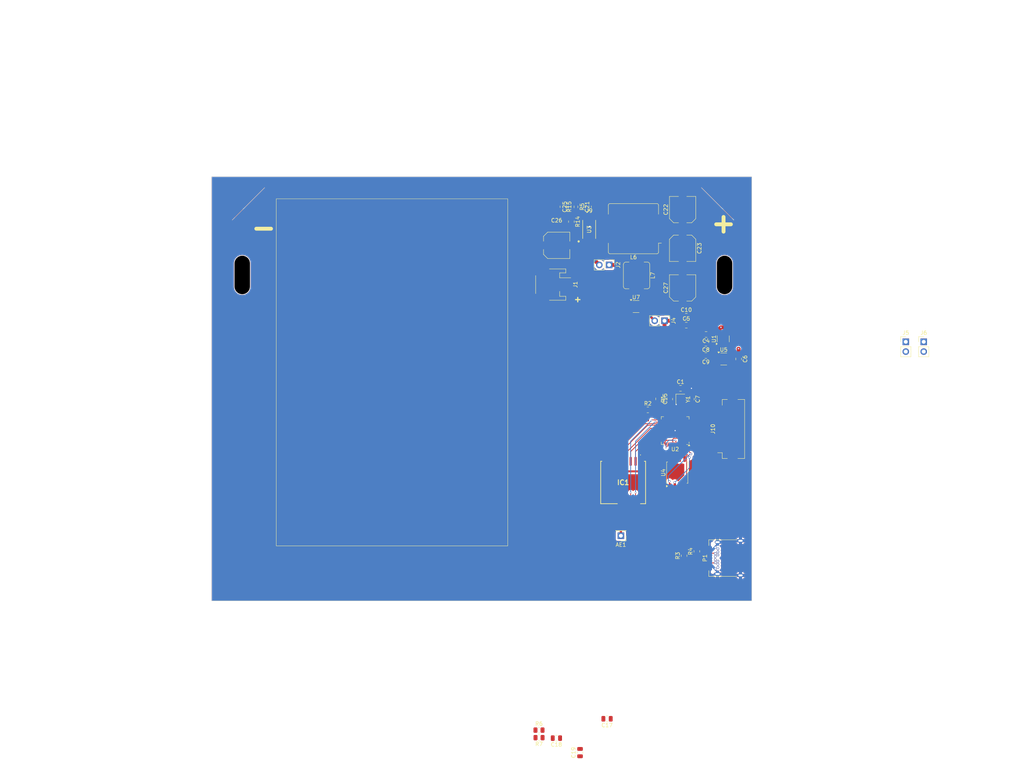
<source format=kicad_pcb>
(kicad_pcb (version 20241229) (generator "pcbnew") (generator_version "9.0")
  (layers (0 "F.Cu" signal) (2 "B.Cu" signal) (13 "F.Paste" user) (15 "B.Paste" user) (5 "F.SilkS" user "F.Silkscreen") (7 "B.SilkS" user "B.Silkscreen") (1 "F.Mask" user) (3 "B.Mask" user) (25 "Edge.Cuts" user))
  (net 0 "")
  (net 1 "Net-(AE1-A)")
  (net 2 "Net-(C1-Pad1)")
  (net 3 "GND")
  (net 4 "1V2")
  (net 5 "3V3")
  (net 6 "2V8")
  (net 7 "Net-(U2-XIN)")
  (net 8 "1V1")
  (net 9 "Net-(U3-MPP-SET)")
  (net 10 "SOLAR")
  (net 11 "Net-(U3-VCTRL)")
  (net 12 "VBAT")
  (net 13 "LORA_BUSY")
  (net 14 "LORA_NRST")
  (net 15 "LORA_SCK")
  (net 16 "LORA_MOSI")
  (net 17 "LORA_RF_SWITCH")
  (net 18 "LORA_NSS")
  (net 19 "LORA_MISO")
  (net 20 "LORA_DIO1")
  (net 21 "PWDN")
  (net 22 "CAM_SDA")
  (net 23 "RESET")
  (net 25 "DATA6")
  (net 27 "VSYNC")
  (net 28 "DATA2")
  (net 29 "PCLK")
  (net 30 "DATA8")
  (net 31 "DATA5")
  (net 32 "CAM_SCL")
  (net 33 "DATA4")
  (net 34 "DATA3")
  (net 35 "XCLK")
  (net 37 "DATA9")
  (net 38 "DATA7")
  (net 39 "HREF")
  (net 40 "Net-(U3-LX)")
  (net 41 "Net-(U7-SW)")
  (net 42 "USBD-")
  (net 43 "5V")
  (net 44 "USBD+")
  (net 47 "Net-(U2-XOUT)")
  (net 48 "RP_RESET")
  (net 49 "Net-(U2-USB_DP)")
  (net 50 "Net-(U2-USB_DM)")
  (net 51 "Net-(U2-GPIO27_ADC1)")
  (net 52 "1V2_2V8_EN")
  (net 54 "Net-(U2-QSPI_SD3)")
  (net 55 "Net-(U2-QSPI_SD2)")
  (net 56 "Net-(U2-QSPI_SD1)")
  (net 58 "Net-(U2-QSPI_SCLK)")
  (net 63 "Net-(U2-QSPI_SD0)")
  (net 64 "Net-(U2-QSPI_SS)")
  (net 65 "Net-(U3-ICTRL_MINUS)")
  (net 69 "3V3_RP")
  (net 70 "Net-(J2-Pin_1)")
  (footprint "Capacitor_SMD:C_0805_2012Metric" (layer "F.Cu") (at 132.415499 176.504 90)
    (property "Reference" "C19")
    (property "Value" "1uF")
  )
  (footprint "Connector_JST:JST_PH_S2B-PH-SM4-TB_1x02-1MP_P2.00mm_Horizontal" (layer "F.Cu") (at 125.42 55.134 -90)
    (property "Reference" "J1")
    (property "Value" "Conn_01x02_Socket")
  )
  (footprint "Capacitor_SMD:C_0805_2012Metric" (layer "F.Cu") (at 152.781 84.775001 -90)
    (property "Reference" "C15")
    (property "Value" "1uF")
  )
  (footprint "Crystal:Crystal_SMD_2016-4Pin_2.0x1.6mm" (layer "F.Cu") (at 158.411 84.898 -90)
    (property "Reference" "Y1")
    (property "Value" "Crystal_GND24_12MHz")
  )
  (footprint "Capacitor_SMD:C_0805_2012Metric" (layer "F.Cu") (at 132.582001 34.9773 -90)
    (property "Reference" "C21")
    (property "Value" "1nF")
  )
  (footprint "Connector_FFC-FPC:Hirose_FH12-24S-0.5SH_1x24-1MP_P0.50mm_Horizontal" (layer "F.Cu") (at 170.561 92.583 90)
    (property "Reference" "J10")
    (property "Value" "Conn_01x24")
  )
  (footprint "Package_TO_SOT_SMD:SOT-23-5" (layer "F.Cu") (at 169.523999 69.2095 90)
    (property "Reference" "U1")
    (property "Value" "TLV77312")
  )
  (footprint "Resistor_SMD:R_0805_2012Metric" (layer "F.Cu") (at 121.7905 172.629 180)
    (property "Reference" "R7")
    (property "Value" "1MΩ")
  )
  (footprint "Capacitor_SMD:C_0805_2012Metric" (layer "F.Cu") (at 139.4155 167.729 180)
    (property "Reference" "C17")
    (property "Value" "1uF")
  )
  (footprint "Package_SO:SOIC-8_5.3x5.3mm_P1.27mm" (layer "F.Cu") (at 157.607 103.886 90)
    (property "Reference" "U4")
    (property "Value" "W25Q16JVSS")
  )
  (footprint "Connector_PinHeader_2.54mm:PinHeader_1x02_P2.54mm_Vertical" (layer "F.Cu") (at 216.838 69.977)
    (property "Reference" "J5")
    (property "Value" "Conn_01x02_Socket")
  )
  (footprint "Capacitor_SMD:C_0805_2012Metric" (layer "F.Cu") (at 158.453 82.042)
    (property "Reference" "C1")
    (property "Value" "12pF")
  )
  (footprint "Connector_PinHeader_2.54mm:PinHeader_1x02_P2.54mm_Vertical" (layer "F.Cu") (at 221.488 69.977)
    (property "Reference" "J6")
    (property "Value" "Conn_01x02_Socket")
  )
  (footprint "Resistor_SMD:R_0805_2012Metric" (layer "F.Cu") (at 155.659 84.836 90)
    (property "Reference" "R1")
    (property "Value" "1kΩ")
  )
  (footprint "Capacitor_SMD:C_0805_2012Metric" (layer "F.Cu") (at 173.527 74.422 -90)
    (property "Reference" "C6")
    (property "Value" "10uF")
  )
  (footprint "Capacitor_SMD:C_0805_2012Metric" (layer "F.Cu") (at 159.953999 63.373)
    (property "Reference" "C10")
    (property "Value" "10uF")
  )
  (footprint "Resistor_SMD:R_0805_2012Metric" (layer "F.Cu") (at 134.614001 34.952301 90)
    (property "Reference" "R5")
    (property "Value" "1kΩ")
  )
  (footprint "Connector_PinHeader_2.54mm:PinHeader_1x02_P2.54mm_Vertical" (layer "F.Cu") (at 154.31 64.516 -90)
    (property "Reference" "J4")
    (property "Value" "Conn_01x02_Socket")
  )
  (footprint "Capacitor_SMD:C_0805_2012Metric" (layer "F.Cu") (at 165.018 70.358 180)
    (property "Reference" "C8")
    (property "Value" "10uF")
  )
  (footprint "Connector_PinHeader_2.54mm:PinHeader_1x02_P2.54mm_Vertical" (layer "F.Cu") (at 139.954 50.038 -90)
    (property "Reference" "J2")
    (property "Value" "Conn_01x02_Socket")
  )
  (footprint "Capacitor_SMD:C_Elec_6.3x7.7" (layer "F.Cu") (at 159.004 45.722501 -90)
    (property "Reference" "C23")
    (property "Value" "68uF")
  )
  (footprint "Inductor_SMD:L_Bourns_SRR1208_12.7x12.7mm" (layer "F.Cu") (at 146.257 40.64 180)
    (property "Reference" "L6")
    (property "Value" "22uH, 3A")
  )
  (footprint "Capacitor_SMD:C_Elec_6.3x7.7" (layer "F.Cu") (at 159.004 35.687 90)
    (property "Reference" "C22")
    (property "Value" "68uF")
  )
  (footprint "Connector_PinHeader_2.54mm:PinHeader_1x01_P2.54mm_Vertical" (layer "F.Cu") (at 143.002 120.269 180)
    (property "Reference" "AE1")
    (property "Value" "Antenna")
  )
  (footprint "Capacitor_SMD:C_Elec_6.3x7.7" (layer "F.Cu") (at 159.004 56.004499 90)
    (property "Reference" "C27")
    (property "Value" "68uF")
  )
  (footprint "Capacitor_SMD:C_Elec_6.3x7.7" (layer "F.Cu") (at 126.362499 44.958)
    (property "Reference" "C26")
    (property "Value" "68uF")
  )
  (footprint "SPV1040:SOIC_1040T_STM-L" (layer "F.Cu") (at 134.788001 40.817801 90)
    (property "Reference" "U3")
    (property "Value" "SPV1040TTR")
  )
  (footprint "Capacitor_SMD:C_0805_2012Metric" (layer "F.Cu") (at 130.133001 34.9773 90)
    (property "Reference" "C25")
    (property "Value" "1nF")
  )
  (footprint "Resistor_SMD:R_0805_2012Metric" (layer "F.Cu") (at 162.687 124.3095 90)
    (property "Reference" "R4")
    (property "Value" "27")
  )
  (footprint "Package_TO_SOT_SMD:SOT-23-5" (layer "F.Cu") (at 169.650999 74.4275)
    (property "Reference" "U5")
    (property "Value" "TLV77328")
  )
  (footprint "Package_TO_SOT_SMD:SOT-23-5" (layer "F.Cu") (at 146.9335 60.833)
    (property "Reference" "U7")
    (property "Value" "TPS613221ADBV")
  )
  (footprint "Capacitor_SMD:C_0805_2012Metric" (layer "F.Cu") (at 159.953999 65.659)
    (property "Reference" "C5")
    (property "Value" "4.7uF")
  )
  (footprint "Resistor_SMD:R_0805_2012Metric" (layer "F.Cu") (at 130.169001 38.809301 -90)
    (property "Reference" "R14")
    (property "Value" "160kΩ")
  )
  (footprint "Wio_SM1262_LoRa:Wio_SM1262_LoRa" (layer "F.Cu") (at 143.592 106.465 180)
    (property "Reference" "IC1")
    (property "Value" "LoRa SX1262" (hide yes))
  )
  (footprint "Capacitor_SMD:C_0805_2012Metric" (layer "F.Cu") (at 165.078999 68.072 180)
    (property "Reference" "C4")
    (property "Value" "10uF")
  )
  (footprint "Package_DFN_QFN:QFN-56-1EP_7x7mm_P0.4mm_EP3.2x3.2mm" (layer "F.Cu") (at 157.061 93.002 180)
    (property "Reference" "U2")
    (property "Value" "RP2040")
  )
  (footprint "Capacitor_SMD:C_0805_2012Metric" (layer "F.Cu") (at 126.290501 172.754 180)
    (property "Reference" "C18")
    (property "Value" "1uF")
  )
  (footprint "Capacitor_SMD:C_0805_2012Metric" (layer "F.Cu") (at 165.018 73.533 180)
    (property "Reference" "C9")
    (property "Value" "10uF")
  )
  (footprint "Resistor_SMD:R_0805_2012Metric" (layer "F.Cu") (at 159.385 125.4525 90)
    (property "Reference" "R3")
    (property "Value" "27")
  )
  (footprint "Capacitor_SMD:C_0805_2012Metric" (layer "F.Cu") (at 161.247 84.836 -90)
    (property "Reference" "C7")
    (property "Value" "12pF")
  )
  (footprint "Resistor_SMD:R_0805_2012Metric" (layer "F.Cu") (at 127.974001 34.952301 -90)
    (property "Reference" "R15")
    (property "Value" "68kΩ")
  )
  (footprint "Inductor_SMD:L_Bourns_SRP7028A_7.3x6.6mm" (layer "F.Cu") (at 147.066 52.763 -90)
    (property "Reference" "L7")
    (property "Value" "4.7uH, 1.5A")
  )
  (footprint "Resistor_SMD:R_0805_2012Metric" (layer "F.Cu") (at 149.987 87.63)
    (property "Reference" "R2")
    (property "Value" "10kΩ")
  )
  (footprint "Connector_USB:USB_C_Receptacle_Amphenol_12401548E4-2A" (layer "F.Cu") (at 171.158 126.06 90)
    (property "Reference" "P1")
    (property "Value" "USB_C_Plug_USB2.0")
  )
  (footprint "Resistor_SMD:R_0805_2012Metric" (layer "F.Cu") (at 121.778 170.679)
    (property "Reference" "R6")
    (property "Value" "1MΩ")
  )
  (footprint "andycustomfeet2:C60_quarter_thruboardholes" (layer "F.Cu") (at 107.375 40.64)
    (property "Reference" "J9")
    (property "Value" "Conn_01x02_Socket")
  )
  (gr_rect (start 53.693 32.893) (end 113.693 122.893) (stroke (width 0.1)) (fill no) (layer "F.SilkS"))
  (gr_line (start 163.875 30) (end 172.275 38.4) (stroke (width 0.1)) (layer "Edge.Cuts"))
  (gr_rect (start 36.927344 27.16) (end 176.927344 137.16) (stroke (width 0.1)) (fill no) (layer "Edge.Cuts"))
  (gr_line (start 42.275 38.4) (end 50.675 30) (stroke (width 0.1)) (layer "Edge.Cuts"))
  (gr_text "+" (at 131.826 58.928 0) (layer "F.SilkS") (effects (font (size 1.5 1.5) (thickness 0.3) (bold yes))))
  (segment (start 143.002 111.965) (end 143.002 120.269) (width 0.6) (layer "F.Cu") (net 1))
  (segment (start 155.659 83.9235) (end 157.5865 83.9235) (width 0.5) (layer "F.Cu") (net 2))
  (segment (start 157.5865 83.9235) (end 157.861 84.198) (width 0.5) (layer "F.Cu") (net 2))
  (segment (start 157.503001 83.840001) (end 157.861 84.198) (width 0.5) (layer "F.Cu") (net 2))
  (segment (start 157.503001 82.042) (end 157.503001 83.840001) (width 0.5) (layer "F.Cu") (net 2))
  (segment (start 127.974001 34.039801) (end 132.569501 34.039801) (width 0.5) (layer "F.Cu") (net 3))
  (segment (start 158.061 92.002) (end 157.061 93.002) (width 0.2) (layer "F.Cu") (net 3))
  (segment (start 134.463 40.543) (end 134.874 40.132) (width 0.5) (layer "F.Cu") (net 3))
  (segment (start 134.463 43.688) (end 134.463 40.543) (width 0.5) (layer "F.Cu") (net 3))
  (segment (start 145.796 60.833) (end 149.86 60.833) (width 1) (layer "F.Cu") (net 3))
  (segment (start 158.061 89.5645) (end 158.061 92.002) (width 0.2) (layer "F.Cu") (net 3))
  (segment (start 132.569501 34.039801) (end 132.582001 34.027301) (width 0.5) (layer "F.Cu") (net 3))
  (segment (start 157.861 85.598) (end 157.861 85.725) (width 0.5) (layer "F.Cu") (net 3))
  (segment (start 157.861 85.725) (end 157.353 86.233) (width 0.5) (layer "F.Cu") (net 3))
  (segment (start 145.796 60.833) (end 143.891 60.833) (width 1) (layer "F.Cu") (net 3))
  (via (at 157.061 93.002) (size 0.4) (drill 0.3) (layers "F.Cu" "B.Cu") (net 3))
  (via (at 157.353 86.233) (size 0.4) (drill 0.3) (layers "F.Cu" "B.Cu") (net 3))
  (via (at 161.29 82.042) (size 0.4) (drill 0.3) (layers "F.Cu" "B.Cu") (net 3))
  (via (at 134.874 40.132) (size 0.6) (drill 0.4) (layers "F.Cu" "B.Cu") (net 3))
  (segment (start 175.561 71.294) (end 170.4975 66.2305) (width 0.2) (layer "F.Cu") (net 4))
  (segment (start 175.561 86.230678) (end 175.561 71.294) (width 0.2) (layer "F.Cu") (net 4))
  (segment (start 168.711 91.333) (end 170.458678 91.333) (width 0.2) (layer "F.Cu") (net 4))
  (segment (start 168.574 66.593) (end 168.9365 66.2305) (width 1) (layer "F.Cu") (net 4))
  (segment (start 166.028998 68.072) (end 168.574 68.072) (width 1) (layer "F.Cu") (net 4))
  (segment (start 168.9365 66.2305) (end 170.4975 66.2305) (width 1) (layer "F.Cu") (net 4))
  (segment (start 170.458678 91.333) (end 175.561 86.230678) (width 0.2) (layer "F.Cu") (net 4))
  (segment (start 168.574 68.072) (end 168.574 66.593) (width 1) (layer "F.Cu") (net 4))
  (via (at 168.9365 66.2305) (size 0.4) (drill 0.3) (layers "F.Cu" "B.Cu") (net 4))
  (segment (start 149.036999 61.782999) (end 151.77 64.516) (width 0.6) (layer "F.Cu") (net 5))
  (segment (start 148.071 61.782999) (end 149.036999 61.782999) (width 0.6) (layer "F.Cu") (net 5))
  (segment (start 173.033 88.333) (end 168.711 88.333) (width 0.2) (layer "F.Cu") (net 6))
  (segment (start 174.498 74.443001) (end 174.498 86.868) (width 0.2) (layer "F.Cu") (net 6))
  (segment (start 173.527 73.472001) (end 174.498 74.443001) (width 0.2) (layer "F.Cu") (net 6))
  (segment (start 172.6435 73.472001) (end 172.638 73.477501) (width 1) (layer "F.Cu") (net 6))
  (segment (start 174.498 86.868) (end 173.033 88.333) (width 0.2) (layer "F.Cu") (net 6))
  (segment (start 173.527 73.472001) (end 173.527 71.8) (width 1) (layer "F.Cu") (net 6))
  (segment (start 173.527 71.8) (end 173.482 71.755) (width 1) (layer "F.Cu") (net 6))
  (segment (start 170.788499 73.477501) (end 172.638 73.477501) (width 1) (layer "F.Cu") (net 6))
  (segment (start 173.527 73.472001) (end 172.6435 73.472001) (width 1) (layer "F.Cu") (net 6))
  (via (at 173.482 71.755) (size 0.4) (drill 0.3) (layers "F.Cu" "B.Cu") (net 6))
  (segment (start 158.961 86.076001) (end 157.661001 87.376) (width 0.2) (layer "F.Cu") (net 7))
  (segment (start 159.148999 85.785999) (end 158.961 85.598) (width 0.5) (layer "F.Cu") (net 7))
  (segment (start 157.661001 87.376) (end 157.661001 89.5645) (width 0.2) (layer "F.Cu") (net 7))
  (segment (start 158.961 85.598) (end 158.961 86.076001) (width 0.2) (layer "F.Cu") (net 7))
  (segment (start 161.247 85.785999) (end 159.148999 85.785999) (width 0.5) (layer "F.Cu") (net 7))
  (segment (start 157.261 95.666) (end 157.261 96.4395) (width 0.2) (layer "F.Cu") (net 8))
  (segment (start 155.261 96.4395) (end 155.261 96.834) (width 0.2) (layer "F.Cu") (net 8))
  (segment (start 152.781 85.725) (end 153.506 85.725) (width 0.2) (layer "F.Cu") (net 8))
  (segment (start 156.460999 88.679999) (end 156.460999 89.5645) (width 0.2) (layer "F.Cu") (net 8))
  (segment (start 155.261 96.834) (end 154.686 97.409) (width 0.2) (layer "F.Cu") (net 8))
  (segment (start 157.099 95.504) (end 157.261 95.666) (width 0.2) (layer "F.Cu") (net 8))
  (segment (start 153.506 85.725) (end 156.460999 88.679999) (width 0.2) (layer "F.Cu") (net 8))
  (via (at 157.099 95.504) (size 0.4) (drill 0.3) (layers "F.Cu" "B.Cu") (net 8))
  (via (at 154.686 97.409) (size 0.4) (drill 0.3) (layers "F.Cu" "B.Cu") (net 8))
  (segment (start 155.448 95.504) (end 157.099 95.504) (width 0.2) (layer "B.Cu") (net 8))
  (segment (start 154.686 96.266) (end 155.448 95.504) (width 0.2) (layer "B.Cu") (net 8))
  (segment (start 154.686 97.409) (end 154.686 96.266) (width 0.2) (layer "B.Cu") (net 8))
  (segment (start 133.604 36.195) (end 133.813002 36.404002) (width 0.5) (layer "F.Cu") (net 9))
  (segment (start 132.582001 35.927299) (end 133.604 35.927299) (width 0.5) (layer "F.Cu") (net 9))
  (segment (start 134.551503 35.927299) (end 134.614001 35.864801) (width 0.5) (layer "F.Cu") (net 9))
  (segment (start 133.813002 37.947602) (end 133.813002 43.688) (width 0.25) (layer "F.Cu") (net 9))
  (segment (start 133.604 35.927299) (end 133.604 36.195) (width 0.5) (layer "F.Cu") (net 9))
  (segment (start 133.813002 36.404002) (end 133.813002 37.947602) (width 0.5) (layer "F.Cu") (net 9))
  (segment (start 133.604 35.927299) (end 134.551503 35.927299) (width 0.5) (layer "F.Cu") (net 9))
  (segment (start 144.656801 34.039801) (end 138.049 34.039801) (width 3) (layer "F.Cu") (net 10))
  (segment (start 151.257 40.64) (end 169.875 40.64) (width 3) (layer "F.Cu") (net 10))
  (segment (start 159.004 38.224499) (end 159.004 43.185002) (width 3) (layer "F.Cu") (net 10))
  (segment (start 151.257 40.64) (end 144.656801 34.039801) (width 3) (layer "F.Cu") (net 10))
  (segment (start 134.614001 34.039801) (end 137.918199 34.039801) (width 1) (layer "F.Cu") (net 10))
  (segment (start 135.319871 35.001301) (end 135.763 35.44443) (width 0.5) (layer "F.Cu") (net 11))
  (segment (start 130.070503 35.864801) (end 130.133001 35.927299) (width 0.5) (layer "F.Cu") (net 11))
  (segment (start 131.058999 35.001301) (end 135.319871 35.001301) (width 0.5) (layer "F.Cu") (net 11))
  (segment (start 130.133001 35.927299) (end 131.058999 35.001301) (width 0.5) (layer "F.Cu") (net 11))
  (segment (start 127.974001 35.891301) (end 130.133001 35.891301) (width 0.25) (layer "F.Cu") (net 11))
  (segment (start 130.133001 37.860801) (end 130.169001 37.896801) (width 0.5) (layer "F.Cu") (net 11))
  (segment (start 130.133001 35.927299) (end 130.133001 37.860801) (width 0.5) (layer "F.Cu") (net 11))
  (segment (start 127.974001 35.864801) (end 130.070503 35.864801) (width 0.5) (layer "F.Cu") (net 11))
  (segment (start 135.763 35.44443) (end 135.763 37.947602) (width 0.5) (layer "F.Cu") (net 11))
  (segment (start 130.02 56.134) (end 128.27 56.134) (width 1) (layer "F.Cu") (net 12))
  (segment (start 135.763 43.688) (end 135.763 46.228) (width 0.5) (layer "F.Cu") (net 12))
  (segment (start 130.169001 43.688997) (end 128.899998 44.958) (width 1) (layer "F.Cu") (net 12))
  (segment (start 134.747 47.244) (end 134.747 47.371) (width 1) (layer "F.Cu") (net 12))
  (segment (start 132.588 45.847) (end 133.223 46.482) (width 1) (layer "F.Cu") (net 12))
  (segment (start 132.588 53.566) (end 130.02 56.134) (width 1) (layer "F.Cu") (net 12))
  (segment (start 135.763 46.228) (end 135.509 46.482) (width 0.5) (layer "F.Cu") (net 12))
  (segment (start 132.588 47.244) (end 132.588 53.566) (width 1) (layer "F.Cu") (net 12))
  (segment (start 132.588 47.244) (end 134.747 47.244) (width 1) (layer "F.Cu") (net 12))
  (segment (start 130.169001 43.428001) (end 130.169001 43.688997) (width 1) (layer "F.Cu") (net 12))
  (segment (start 135.509 46.482) (end 133.223 46.482) (width 0.5) (layer "F.Cu") (net 12))
  (segment (start 130.169001 39.721801) (end 130.169001 43.428001) (width 1) (layer "F.Cu") (net 12))
  (segment (start 134.747 47.244) (end 135.763 46.228) (width 1) (layer "F.Cu") (net 12))
  (segment (start 130.169001 43.428001) (end 132.588 45.847) (width 1) (layer "F.Cu") (net 12))
  (segment (start 134.747 47.371) (end 137.414 50.038) (width 1) (layer "F.Cu") (net 12))
  (segment (start 132.588 45.847) (end 132.588 47.244) (width 1) (layer "F.Cu") (net 12))
  (segment (start 145.542 109.093) (end 145.542 111.965) (width 0.2) (layer "F.Cu") (net 13))
  (segment (start 151.073 90.227) (end 151.003 90.297) (width 0.2) (layer "F.Cu") (net 13))
  (segment (start 153.6235 90.402) (end 153.4485 90.227) (width 0.2) (layer "F.Cu") (net 13))
  (segment (start 153.4485 90.227) (end 151.073 90.227) (width 0.2) (layer "F.Cu") (net 13))
  (via (at 145.542 109.093) (size 0.4) (drill 0.3) (layers "F.Cu" "B.Cu") (net 13))
  (via (at 151.003 90.297) (size 0.4) (drill 0.3) (layers "F.Cu" "B.Cu") (net 13))
  (segment (start 145.542 95.758) (end 145.542 109.093) (width 0.2) (layer "B.Cu") (net 13))
  (segment (start 151.003 90.297) (end 145.542 95.758) (width 0.2) (layer "B.Cu") (net 13))
  (segment (start 143.002 98.552) (end 143.002 100.965) (width 0.2) (layer "F.Cu") (net 14))
  (segment (start 149.952 91.602) (end 143.002 98.552) (width 0.2) (layer "F.Cu") (net 14))
  (segment (start 153.6235 91.602) (end 149.952 91.602) (width 0.2) (layer "F.Cu") (net 14))
  (segment (start 150.676001 92.401999) (end 153.6235 92.401999) (width 0.2) (layer "F.Cu") (net 15))
  (segment (start 144.272 98.806) (end 150.676001 92.401999) (width 0.2) (layer "F.Cu") (net 15))
  (segment (start 144.272 100.965) (end 144.272 98.806) (width 0.2) (layer "F.Cu") (net 15))
  (segment (start 153.6235 92.802) (end 151.165 92.802) (width 0.2) (layer "F.Cu") (net 16))
  (segment (start 151.165 92.802) (end 145.542 98.425) (width 0.2) (layer "F.Cu") (net 16))
  (segment (start 145.542 98.425) (end 145.542 100.965) (width 0.2) (layer "F.Cu") (net 16))
  (segment (start 153.6235 93.602001) (end 153.186 93.602001) (width 0.2) (layer "F.Cu") (net 17))
  (segment (start 148.082 98.706001) (end 148.082 100.965) (width 0.2) (layer "F.Cu") (net 17))
  (segment (start 153.186 93.602001) (end 148.082 98.706001) (width 0.2) (layer "F.Cu") (net 17))
  (segment (start 149.209 91.202) (end 141.732 98.679) (width 0.2) (layer "F.Cu") (net 18))
  (segment (start 141.732 98.679) (end 141.732 100.965) (width 0.2) (layer "F.Cu") (net 18))
  (segment (start 153.6235 91.202) (end 149.209 91.202) (width 0.2) (layer "F.Cu") (net 18))
  (segment (start 146.812 100.965) (end 146.812 98.425) (width 0.2) (layer "F.Cu") (net 19))
  (segment (start 146.812 98.425) (end 152.035 93.202) (width 0.2) (layer "F.Cu") (net 19))
  (segment (start 152.035 93.202) (end 153.6235 93.202) (width 0.2) (layer "F.Cu") (net 19))
  (segment (start 153.6235 90.802001) (end 152.016001 90.802001) (width 0.2) (layer "F.Cu") (net 20))
  (segment (start 152.016001 90.802001) (end 151.892 90.678) (width 0.2) (layer "F.Cu") (net 20))
  (segment (start 146.812 109.093) (end 146.812 111.965) (width 0.2) (layer "F.Cu") (net 20))
  (via (at 146.812 109.093) (size 0.4) (drill 0.3) (layers "F.Cu" "B.Cu") (net 20))
  (via (at 151.892 90.678) (size 0.4) (drill 0.3) (layers "F.Cu" "B.Cu") (net 20))
  (segment (start 151.892 90.678) (end 146.812 95.758) (width 0.2) (layer "B.Cu") (net 20))
  (segment (start 146.812 95.758) (end 146.812 109.093) (width 0.2) (layer "B.Cu") (net 20))
  (segment (start 136.060802 41.656) (end 137.16 41.656) (width 0.5) (layer "F.Cu") (net 40))
  (segment (start 135.113002 42.6038) (end 136.060802 41.656) (width 0.5) (layer "F.Cu") (net 40))
  (segment (start 141.257 42.131) (end 140.97 42.418) (width 3) (layer "F.Cu") (net 40))
  (segment (start 135.113002 42.6038) (end 135.113002 43.688) (width 0.5) (layer "F.Cu") (net 40))
  (segment (start 141.257 40.64) (end 141.257 42.131) (width 3) (layer "F.Cu") (net 40))
  (segment (start 140.208 41.656) (end 137.16 41.656) (width 3) (layer "F.Cu") (net 40))
  (segment (start 140.97 42.418) (end 140.208 41.656) (width 3) (layer "F.Cu") (net 40))
  (segment (start 147.066 55.488) (end 147.066 58.613001) (width 0.6) (layer "F.Cu") (net 41))
  (segment (start 147.066 58.613001) (end 145.796 59.883001) (width 0.6) (layer "F.Cu") (net 41))
  (segment (start 163.275 125.81) (end 162.687 125.222) (width 0.4) (layer "F.Cu") (net 42))
  (segment (start 166.138 125.81) (end 163.275 125.81) (width 0.4) (layer "F.Cu") (net 42))
  (segment (start 167.398 127.31) (end 167.448 127.26) (width 0.2) (layer "F.Cu") (net 43))
  (segment (start 166.137999 127.31) (end 167.398 127.31) (width 0.2) (layer "F.Cu") (net 43))
  (segment (start 166.137999 124.81) (end 167.398 124.81) (width 0.2) (layer "F.Cu") (net 43))
  (segment (start 167.398 124.81) (end 167.448 124.86) (width 0.2) (layer "F.Cu") (net 43))
  (segment (start 165.608 126.365) (end 159.385 126.365) (width 0.4) (layer "F.Cu") (net 44))
  (segment (start 165.663 126.31) (end 165.608 126.365) (width 0.4) (layer "F.Cu") (net 44))
  (segment (start 166.138 126.31) (end 165.663 126.31) (width 0.4) (layer "F.Cu") (net 44))
  (segment (start 155.659 85.7485) (end 157.261 87.3505) (width 0.2) (layer "F.Cu") (net 47))
  (segment (start 157.261 87.3505) (end 157.261 89.5645) (width 0.2) (layer "F.Cu") (net 47))
  (segment (start 150.8995 87.63) (end 153.764 87.63) (width 0.2) (layer "F.Cu") (net 48))
  (segment (start 155.261 89.127) (end 155.261 89.5645) (width 0.2) (layer "F.Cu") (net 48))
  (segment (start 153.764 87.63) (end 155.261 89.127) (width 0.2) (layer "F.Cu") (net 48))
  (segment (start 170.473998 70.347) (end 170.473998 71.506002) (width 0.6) (layer "F.Cu") (net 52))
  (segment (start 169.717 74.803) (end 169.142501 75.377499) (width 0.6) (layer "F.Cu") (net 52))
  (segment (start 169.142501 75.377499) (end 168.513499 75.377499) (width 0.6) (layer "F.Cu") (net 52))
  (segment (start 170.473998 71.506002) (end 169.717 72.263) (width 0.6) (layer "F.Cu") (net 52))
  (segment (start 169.717 72.263) (end 169.717 74.803) (width 0.6) (layer "F.Cu") (net 52))
  (segment (start 157.661001 99.609499) (end 156.972 100.2985) (width 0.2) (layer "F.Cu") (net 54))
  (segment (start 157.661001 96.4395) (end 157.661001 99.609499) (width 0.2) (layer "F.Cu") (net 54))
  (segment (start 158.861 96.4395) (end 158.861 98.316432) (width 0.2) (layer "F.Cu") (net 55))
  (segment (start 158.242 106.661001) (end 158.242 107.4735) (width 0.2) (layer "F.Cu") (net 55))
  (segment (start 160.038 99.493432) (end 160.038 104.865001) (width 0.2) (layer "F.Cu") (net 55))
  (segment (start 160.038 104.865001) (end 158.242 106.661001) (width 0.2) (layer "F.Cu") (net 55))
  (segment (start 158.861 98.316432) (end 160.038 99.493432) (width 0.2) (layer "F.Cu") (net 55))
  (segment (start 159.260999 96.4395) (end 159.260999 98.290753) (width 0.2) (layer "F.Cu") (net 56))
  (segment (start 159.260999 98.290753) (end 160.782 99.811754) (width 0.2) (layer "F.Cu") (net 56))
  (segment (start 156.972 106.426) (end 156.972 107.4735) (width 0.2) (layer "F.Cu") (net 56))
  (segment (start 160.782 99.811754) (end 160.782 99.949) (width 0.2) (layer "F.Cu") (net 56))
  (via (at 160.782 99.949) (size 0.6) (drill 0.4) (layers "F.Cu" "B.Cu") (net 56))
  (via (at 156.972 106.426) (size 0.6) (drill 0.4) (layers "F.Cu" "B.Cu") (net 56))
  (segment (start 160.782 99.949) (end 160.782 102.616) (width 0.2) (layer "B.Cu") (net 56))
  (segment (start 160.782 102.616) (end 156.972 106.426) (width 0.2) (layer "B.Cu") (net 56))
  (segment (start 158.061 96.4395) (end 158.061 100.1175) (width 0.2) (layer "F.Cu") (net 58))
  (segment (start 158.061 100.1175) (end 158.242 100.2985) (width 0.2) (layer "F.Cu") (net 58))
  (segment (start 159.512 100.237432) (end 159.512 100.2985) (width 0.2) (layer "F.Cu") (net 63))
  (segment (start 158.461 96.4395) (end 158.461 99.186432) (width 0.2) (layer "F.Cu") (net 63))
  (segment (start 158.461 99.186432) (end 159.512 100.237432) (width 0.2) (layer "F.Cu") (net 63))
  (segment (start 155.575 107.3465) (end 155.702 107.4735) (width 0.2) (layer "F.Cu") (net 64))
  (segment (start 161.163 98.933) (end 161.163 99.06) (width 0.2) (layer "F.Cu") (net 64))
  (segment (start 160.782 98.552) (end 161.163 98.933) (width 0.2) (layer "F.Cu") (net 64))
  (segment (start 159.661 97.431) (end 160.782 98.552) (width 0.2) (layer "F.Cu") (net 64))
  (segment (start 155.575 106.172) (end 155.575 107.3465) (width 0.2) (layer "F.Cu") (net 64))
  (segment (start 159.661 96.4395) (end 159.661 97.431) (width 0.2) (layer "F.Cu") (net 64))
  (via (at 161.163 99.06) (size 0.6) (drill 0.4) (layers "F.Cu" "B.Cu") (net 64))
  (via (at 155.575 106.172) (size 0.6) (drill 0.4) (layers "F.Cu" "B.Cu") (net 64))
  (segment (start 161.163 99.06) (end 160.962479 99.06) (width 0.2) (layer "B.Cu") (net 64))
  (segment (start 155.448 106.045) (end 155.575 106.172) (width 0.2) (layer "B.Cu") (net 64))
  (segment (start 155.321 104.701479) (end 155.321 106.045) (width 0.2) (layer "B.Cu") (net 64))
  (segment (start 155.321 106.045) (end 155.448 106.045) (width 0.2) (layer "B.Cu") (net 64))
  (segment (start 160.962479 99.06) (end 155.321 104.701479) (width 0.2) (layer "B.Cu") (net 64))
  (segment (start 134.463 36.987) (end 134.747 36.703) (width 0.2) (layer "F.Cu") (net 65))
  (segment (start 135.113002 37.069002) (end 135.113002 37.947602) (width 0.2) (layer "F.Cu") (net 65))
  (segment (start 134.463 37.947602) (end 134.463 36.987) (width 0.2) (layer "F.Cu") (net 65))
  (segment (start 134.747 36.703) (end 135.113002 37.069002) (width 0.2) (layer "F.Cu") (net 65))
  (segment (start 156.718 96.4395) (end 156.861 96.4395) (width 0.2) (layer "F.Cu") (net 69))
  (segment (start 159.004 64.516) (end 159.004 65.659) (width 1) (layer "F.Cu") (net 69))
  (segment (start 153.6235 92.002) (end 154.251 92.002) (width 0.2) (layer "F.Cu") (net 69))
  (segment (start 149.0745 87.63) (end 150.9795 89.535) (width 0.2) (layer "F.Cu") (net 69))
  (segment (start 154.6225 91.6305) (end 155.194 91.059) (width 0.2) (layer "F.Cu") (net 69))
  (segment (start 154.31 64.516) (end 159.004 64.516) (width 1) (layer "F.Cu") (net 69))
  (segment (start 165.967999 70.358) (end 165.967999 73.533) (width 1) (layer "F.Cu") (net 69))
  (segment (start 159.512 94.996) (end 156.718 94.996) (width 0.2) (layer "F.Cu") (net 69))
  (segment (start 154.461 95.856) (end 154.813 95.504) (width 0.2) (layer "F.Cu") (net 69))
  (segment (start 161.245 72.009) (end 165.907 72.009) (width 1) (layer "F.Cu") (net 69))
  (segment (start 159.512 95.053) (end 160.061 95.602) (width 0.2) (layer "F.Cu") (net 69))
  (segment (start 165.907 72.009) (end 165.967999 71.948001) (width 1) (layer "F.Cu") (net 69))
  (segment (start 165.967999 71.948001) (end 165.967999 70.358) (width 1) (layer "F.Cu") (net 69))
  (segment (start 150.9795 89.535) (end 153.550352 89.535) (width 0.2) (layer "F.Cu") (net 69))
  (segment (start 140.2715 103.5685) (end 140.335 103.632) (width 0.5) (layer "F.Cu") (net 69))
  (segment (start 159.839 92.002) (end 159.512 92.329) (width 0.2) (layer "F.Cu") (net 69))
  (segment (start 154.6225 91.6305) (end 154.6225 95.3135) (width 0.2) (layer "F.Cu") (net 69))
  (segment (start 156.464 95.758) (end 156.460999 95.761001) (width 0.2) (layer "F.Cu") (net 69))
  (segment (start 160.061 95.602) (end 160.4985 95.602) (width 0.2) (layer "F.Cu") (net 69))
  (segment (start 154.813 95.504) (end 156.21 95.504) (width 0.2) (layer "F.Cu") (net 69))
  (segment (start 154.461 96.4395) (end 153.6235 95.602) (width 0.2) (layer "F.Cu") (net 69))
  (segment (start 149.0745 77.2395) (end 149.0745 87.63) (width 1) (layer "F.Cu") (net 69))
  (segment (start 159.004 69.768) (end 161.245 72.009) (width 1) (layer "F.Cu") (net 69))
  (segment (start 140.2715 103.5685) (end 152.432 103.5685) (width 0.5) (layer "F.Cu") (net 69))
  (segment (start 168.574 70.347) (end 168.574 70.612) (width 1) (layer "F.Cu") (net 69))
  (segment (start 159.004 65.659) (end 159.004 69.768) (width 1) (layer "F.Cu") (net 69))
  (segment (start 168.513499 73.477501) (end 167.044998 72.009) (width 1) (layer "F.Cu") (net 69))
  (segment (start 168.574 70.612) (end 167.237999 71.948001) (width 1) (layer "F.Cu") (net 69))
  (segment (start 154.31 72.004) (end 149.0745 77.2395) (width 1) (layer "F.Cu") (net 69))
  (segment (start 139.192 100.965) (end 139.192 102.489) (width 0.5) (layer "F.Cu") (net 69))
  (segment (start 152.432 103.5685) (end 155.702 100.2985) (width 0.5) (layer "F.Cu") (net 69))
  (segment (start 154.31 64.516) (end 154.31 72.004) (width 1) (layer "F.Cu") (net 69))
  (segment (start 156.21 95.504) (end 156.464 95.758) (width 0.2) (layer "F.Cu") (net 69))
  (segment (start 159.512 92.329) (end 159.512 94.996) (width 0.2) (layer "F.Cu") (net 69))
  (segment (start 156.861 90.281) (end 156.861 89.5645) (width 0.2) (layer "F.Cu") (net 69))
  (segment (start 155.702 90.551) (end 156.591 90.551) (width 0.2) (layer "F.Cu") (net 69))
  (segment (start 153.550352 89.535) (end 155.074352 91.059) (width 0.2) (layer "F.Cu") (net 69))
  (segment (start 154.6225 95.3135) (end 154.813 95.504) (width 0.2) (layer "F.Cu") (net 69))
  (segment (start 152.3685 103.632) (end 155.702 100.2985) (width 0.2) (layer "F.Cu") (net 69))
  (segment (start 156.460999 96.4395) (end 156.718 96.4395) (width 0.2) (layer "F.Cu") (net 69))
  (segment (start 167.237999 71.948001) (end 165.967999 71.948001) (width 1) (layer "F.Cu") (net 69))
  (segment (start 156.718 98.470001) (end 155.702 99.486001) (width 0.2) (layer "F.Cu") (net 69))
  (segment (start 165.967999 73.533) (end 166.023498 73.477501) (width 1) (layer "F.Cu") (net 69))
  (segment (start 156.718 96.4395) (end 156.718 98.470001) (width 0.2) (layer "F.Cu") (net 69))
  (segment (start 155.074352 91.059) (end 155.194 91.059) (width 0.2) (layer "F.Cu") (net 69))
  (segment (start 156.460999 95.761001) (end 156.460999 96.4395) (width 0.2) (layer "F.Cu") (net 69))
  (segment (start 139.192 102.489) (end 140.2715 103.5685) (width 0.5) (layer "F.Cu") (net 69))
  (segment (start 159.004 58.541998) (end 159.004 64.516) (width 1) (layer "F.Cu") (net 69))
  (segment (start 154.861001 96.4395) (end 154.461 96.4395) (width 0.2) (layer "F.Cu") (net 69))
  (segment (start 156.591 90.551) (end 156.861 90.281) (width 0.2) (layer "F.Cu") (net 69))
  (segment (start 159.512 94.996) (end 159.512 95.053) (width 0.2) (layer "F.Cu") (net 69))
  (segment (start 155.194 91.059) (end 155.702 90.551) (width 0.2) (layer "F.Cu") (net 69))
  (segment (start 167.044998 72.009) (end 165.907 72.009) (width 1) (layer "F.Cu") (net 69))
  (segment (start 160.4985 92.002) (end 159.839 92.002) (width 0.2) (layer "F.Cu") (net 69))
  (segment (start 154.251 92.002) (end 154.6225 91.6305) (width 0.2) (layer "F.Cu") (net 69))
  (segment (start 154.461 96.4395) (end 154.461 95.856) (width 0.2) (layer "F.Cu") (net 69))
  (segment (start 155.702 99.486001) (end 155.702 100.2985) (width 0.2) (layer "F.Cu") (net 69))
  (segment (start 156.718 94.996) (end 156.21 95.504) (width 0.2) (layer "F.Cu") (net 69))
  (segment (start 139.954 50.038) (end 147.066 50.038) (width 1) (layer "F.Cu") (net 70))
  (zone (net 3) (net_name "GND") (layers "F.Cu" "B.Cu") (connect_pads (clearance 0.508)) (min_thickness 0.25) (fill yes (thermal_gap 0.5) (thermal_bridge_width 1))
    (polygon (pts (xy 10.695118 31.550386) (xy 38.517863 -7.183241) (xy 161.699349 -18.666262) (xy 247.481138 62.197178) (xy 206.121 158.115) (xy 30.861 154.432) (xy -17.907 101.981) (xy 10.287 31.369)))
  )
)
</source>
